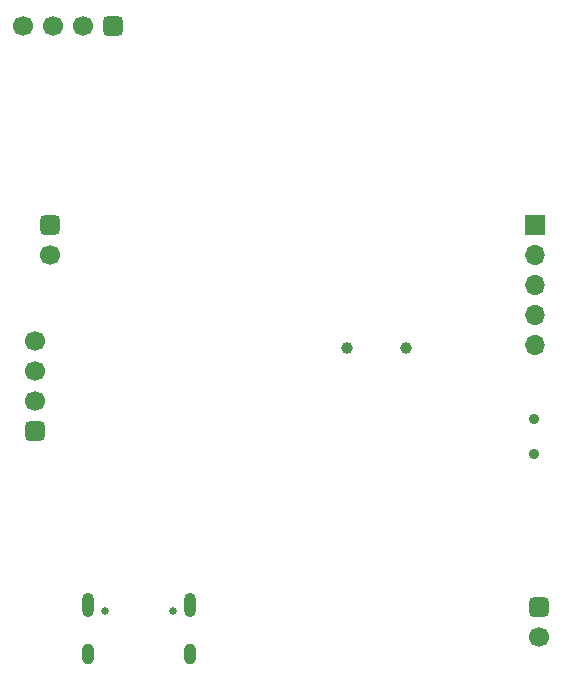
<source format=gbr>
%TF.GenerationSoftware,KiCad,Pcbnew,8.0.4*%
%TF.CreationDate,2025-03-11T16:32:05+07:00*%
%TF.ProjectId,Hoang_Trung_An_BTL,486f616e-675f-4547-9275-6e675f416e5f,rev?*%
%TF.SameCoordinates,Original*%
%TF.FileFunction,Soldermask,Bot*%
%TF.FilePolarity,Negative*%
%FSLAX46Y46*%
G04 Gerber Fmt 4.6, Leading zero omitted, Abs format (unit mm)*
G04 Created by KiCad (PCBNEW 8.0.4) date 2025-03-11 16:32:05*
%MOMM*%
%LPD*%
G01*
G04 APERTURE LIST*
G04 Aperture macros list*
%AMRoundRect*
0 Rectangle with rounded corners*
0 $1 Rounding radius*
0 $2 $3 $4 $5 $6 $7 $8 $9 X,Y pos of 4 corners*
0 Add a 4 corners polygon primitive as box body*
4,1,4,$2,$3,$4,$5,$6,$7,$8,$9,$2,$3,0*
0 Add four circle primitives for the rounded corners*
1,1,$1+$1,$2,$3*
1,1,$1+$1,$4,$5*
1,1,$1+$1,$6,$7*
1,1,$1+$1,$8,$9*
0 Add four rect primitives between the rounded corners*
20,1,$1+$1,$2,$3,$4,$5,0*
20,1,$1+$1,$4,$5,$6,$7,0*
20,1,$1+$1,$6,$7,$8,$9,0*
20,1,$1+$1,$8,$9,$2,$3,0*%
G04 Aperture macros list end*
%ADD10RoundRect,0.425000X0.425000X-0.425000X0.425000X0.425000X-0.425000X0.425000X-0.425000X-0.425000X0*%
%ADD11C,1.700000*%
%ADD12RoundRect,0.425000X0.425000X0.425000X-0.425000X0.425000X-0.425000X-0.425000X0.425000X-0.425000X0*%
%ADD13RoundRect,0.425000X-0.425000X0.425000X-0.425000X-0.425000X0.425000X-0.425000X0.425000X0.425000X0*%
%ADD14C,0.889000*%
%ADD15C,1.000000*%
%ADD16R,1.700000X1.700000*%
%ADD17O,1.700000X1.700000*%
%ADD18C,0.650000*%
%ADD19O,1.000000X2.100000*%
%ADD20O,1.000000X1.800000*%
G04 APERTURE END LIST*
D10*
%TO.C,J2*%
X187700000Y-99340000D03*
D11*
X187700000Y-96800000D03*
X187700000Y-94260000D03*
X187700000Y-91720000D03*
%TD*%
D12*
%TO.C,J5*%
X194300000Y-65000000D03*
D11*
X191760000Y-65000000D03*
X189220000Y-65000000D03*
X186680000Y-65000000D03*
%TD*%
D13*
%TO.C,J4*%
X230372000Y-114206900D03*
D11*
X230372000Y-116746900D03*
%TD*%
D14*
%TO.C,SW4*%
X229922000Y-101306900D03*
X229922000Y-98309700D03*
%TD*%
D15*
%TO.C,BZ1*%
X219100000Y-92300000D03*
X214100000Y-92300000D03*
%TD*%
D16*
%TO.C,J1*%
X230000000Y-81880000D03*
D17*
X230000000Y-84420000D03*
X230000000Y-86960000D03*
X230000000Y-89500000D03*
X230000000Y-92040000D03*
%TD*%
D18*
%TO.C,J3*%
X193582000Y-114531900D03*
X199362000Y-114531900D03*
D19*
X192152000Y-114031900D03*
D20*
X192152000Y-118211900D03*
D19*
X200792000Y-114031900D03*
D20*
X200792000Y-118211900D03*
%TD*%
D13*
%TO.C,J6*%
X188955500Y-81868100D03*
D11*
X188955500Y-84408100D03*
%TD*%
M02*

</source>
